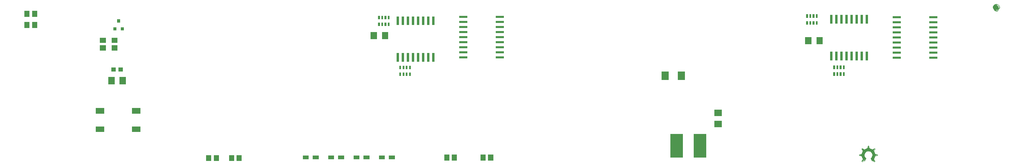
<source format=gbr>
G04 start of page 13 for group -4015 idx -4015 *
G04 Title: AYAB-RS_F, toppaste *
G04 Creator: pcb 4.0.2 *
G04 CreationDate: Tue Aug 17 15:24:43 2021 UTC *
G04 For: tom *
G04 Format: Gerber/RS-274X *
G04 PCB-Dimensions (mil): 11000.00 1900.00 *
G04 PCB-Coordinate-Origin: lower left *
%MOIN*%
%FSLAX25Y25*%
%LNTOPPASTE*%
%ADD200C,0.0010*%
%ADD199C,0.0410*%
%ADD198C,0.0400*%
%ADD197C,0.0020*%
%ADD196C,0.0280*%
%ADD195C,0.0080*%
%ADD194C,0.0040*%
%ADD193C,0.0001*%
G54D193*G36*
X667500Y107000D02*X660500D01*
Y98500D01*
X667500D01*
Y107000D01*
G37*
G36*
X683500D02*X676500D01*
Y98500D01*
X683500D01*
Y107000D01*
G37*
G36*
X123264Y150638D02*X120256D01*
Y147490D01*
X123264D01*
Y150638D01*
G37*
G36*
X130744D02*X127736D01*
Y147490D01*
X130744D01*
Y150638D01*
G37*
G36*
X127004Y158510D02*X123996D01*
Y155362D01*
X127004D01*
Y158510D01*
G37*
G36*
X102953Y52701D02*Y47189D01*
X111221D01*
Y52701D01*
X102953D01*
G37*
G36*
Y70811D02*Y65299D01*
X111221D01*
Y70811D01*
X102953D01*
G37*
G36*
X138779Y52701D02*Y47189D01*
X147047D01*
Y52701D01*
X138779D01*
G37*
G36*
Y70811D02*Y65299D01*
X147047D01*
Y70811D01*
X138779D01*
G37*
G36*
X107048Y132819D02*Y127701D01*
X112952D01*
Y132819D01*
X107048D01*
G37*
G36*
Y140299D02*Y135181D01*
X112952D01*
Y140299D01*
X107048D01*
G37*
G36*
X118548D02*Y135181D01*
X124452D01*
Y140299D01*
X118548D01*
G37*
G36*
Y132819D02*Y127701D01*
X124452D01*
Y132819D01*
X118548D01*
G37*
G36*
X712458Y58138D02*Y51840D01*
X719542D01*
Y58138D01*
X712458D01*
G37*
G36*
Y69160D02*Y62862D01*
X719542D01*
Y69160D01*
X712458D01*
G37*
G36*
X132660Y101542D02*X126362D01*
Y94458D01*
X132660D01*
Y101542D01*
G37*
G36*
X121638D02*X115340D01*
Y94458D01*
X121638D01*
Y101542D01*
G37*
G36*
X118488Y110968D02*Y107032D01*
X122820D01*
Y110968D01*
X118488D01*
G37*
G36*
X125180D02*Y107032D01*
X129512D01*
Y110968D01*
X125180D01*
G37*
G36*
X451319Y24952D02*X446201D01*
Y19048D01*
X451319D01*
Y24952D01*
G37*
G36*
X458799D02*X453681D01*
Y19048D01*
X458799D01*
Y24952D01*
G37*
G36*
X391810Y24050D02*Y20150D01*
X397710D01*
Y24050D01*
X391810D01*
G37*
G36*
X381910D02*Y20150D01*
X387810D01*
Y24050D01*
X381910D01*
G37*
G36*
X316810D02*Y20150D01*
X322710D01*
Y24050D01*
X316810D01*
G37*
G36*
X306910D02*Y20150D01*
X312810D01*
Y24050D01*
X306910D01*
G37*
G36*
X341810D02*Y20150D01*
X347710D01*
Y24050D01*
X341810D01*
G37*
G36*
X331910D02*Y20150D01*
X337810D01*
Y24050D01*
X331910D01*
G37*
G36*
X366810D02*Y20150D01*
X372710D01*
Y24050D01*
X366810D01*
G37*
G36*
X356910D02*Y20150D01*
X362810D01*
Y24050D01*
X356910D01*
G37*
G36*
X487059Y24952D02*X481941D01*
Y19048D01*
X487059D01*
Y24952D01*
G37*
G36*
X494539D02*X489421D01*
Y19048D01*
X494539D01*
Y24952D01*
G37*
G36*
X888000Y161500D02*Y159500D01*
X896000D01*
Y161500D01*
X888000D01*
G37*
G36*
Y156500D02*Y154500D01*
X896000D01*
Y156500D01*
X888000D01*
G37*
G36*
Y151500D02*Y149500D01*
X896000D01*
Y151500D01*
X888000D01*
G37*
G36*
Y146500D02*Y144500D01*
X896000D01*
Y146500D01*
X888000D01*
G37*
G36*
Y141500D02*Y139500D01*
X896000D01*
Y141500D01*
X888000D01*
G37*
G36*
Y136500D02*Y134500D01*
X896000D01*
Y136500D01*
X888000D01*
G37*
G36*
Y131500D02*Y129500D01*
X896000D01*
Y131500D01*
X888000D01*
G37*
G36*
Y126500D02*Y124500D01*
X896000D01*
Y126500D01*
X888000D01*
G37*
G36*
Y121500D02*Y119500D01*
X896000D01*
Y121500D01*
X888000D01*
G37*
G36*
X924000D02*Y119500D01*
X932000D01*
Y121500D01*
X924000D01*
G37*
G36*
Y126500D02*Y124500D01*
X932000D01*
Y126500D01*
X924000D01*
G37*
G36*
Y131500D02*Y129500D01*
X932000D01*
Y131500D01*
X924000D01*
G37*
G36*
Y136500D02*Y134500D01*
X932000D01*
Y136500D01*
X924000D01*
G37*
G36*
Y141500D02*Y139500D01*
X932000D01*
Y141500D01*
X924000D01*
G37*
G36*
Y146500D02*Y144500D01*
X932000D01*
Y146500D01*
X924000D01*
G37*
G36*
Y151500D02*Y149500D01*
X932000D01*
Y151500D01*
X924000D01*
G37*
G36*
Y156500D02*Y154500D01*
X932000D01*
Y156500D01*
X924000D01*
G37*
G36*
Y161500D02*Y159500D01*
X932000D01*
Y161500D01*
X924000D01*
G37*
G36*
X863700Y162900D02*X861300D01*
Y154300D01*
X863700D01*
Y162900D01*
G37*
G36*
X858700D02*X856300D01*
Y154300D01*
X858700D01*
Y162900D01*
G37*
G36*
X853700D02*X851300D01*
Y154300D01*
X853700D01*
Y162900D01*
G37*
G36*
X848700D02*X846300D01*
Y154300D01*
X848700D01*
Y162900D01*
G37*
G36*
X843700D02*X841300D01*
Y154300D01*
X843700D01*
Y162900D01*
G37*
G36*
X838700D02*X836300D01*
Y154300D01*
X838700D01*
Y162900D01*
G37*
G36*
X833700D02*X831300D01*
Y154300D01*
X833700D01*
Y162900D01*
G37*
G36*
X828700D02*X826300D01*
Y154300D01*
X828700D01*
Y162900D01*
G37*
G36*
Y126700D02*X826300D01*
Y118100D01*
X828700D01*
Y126700D01*
G37*
G36*
X833700D02*X831300D01*
Y118100D01*
X833700D01*
Y126700D01*
G37*
G36*
X838700D02*X836300D01*
Y118100D01*
X838700D01*
Y126700D01*
G37*
G36*
X843700D02*X841300D01*
Y118100D01*
X843700D01*
Y126700D01*
G37*
G36*
X848700D02*X846300D01*
Y118100D01*
X848700D01*
Y126700D01*
G37*
G36*
X853700D02*X851300D01*
Y118100D01*
X853700D01*
Y126700D01*
G37*
G36*
X858700D02*X856300D01*
Y118100D01*
X858700D01*
Y126700D01*
G37*
G36*
X863700D02*X861300D01*
Y118100D01*
X863700D01*
Y126700D01*
G37*
G36*
X239319Y24452D02*X234201D01*
Y18548D01*
X239319D01*
Y24452D01*
G37*
G36*
X246799D02*X241681D01*
Y18548D01*
X246799D01*
Y24452D01*
G37*
G36*
X216819D02*X211701D01*
Y18548D01*
X216819D01*
Y24452D01*
G37*
G36*
X224299D02*X219181D01*
Y18548D01*
X224299D01*
Y24452D01*
G37*
G36*
X461000Y162000D02*Y160000D01*
X469000D01*
Y162000D01*
X461000D01*
G37*
G36*
Y157000D02*Y155000D01*
X469000D01*
Y157000D01*
X461000D01*
G37*
G36*
Y152000D02*Y150000D01*
X469000D01*
Y152000D01*
X461000D01*
G37*
G36*
Y147000D02*Y145000D01*
X469000D01*
Y147000D01*
X461000D01*
G37*
G36*
Y142000D02*Y140000D01*
X469000D01*
Y142000D01*
X461000D01*
G37*
G36*
Y137000D02*Y135000D01*
X469000D01*
Y137000D01*
X461000D01*
G37*
G36*
Y132000D02*Y130000D01*
X469000D01*
Y132000D01*
X461000D01*
G37*
G36*
Y127000D02*Y125000D01*
X469000D01*
Y127000D01*
X461000D01*
G37*
G36*
Y122000D02*Y120000D01*
X469000D01*
Y122000D01*
X461000D01*
G37*
G36*
X497000D02*Y120000D01*
X505000D01*
Y122000D01*
X497000D01*
G37*
G36*
Y127000D02*Y125000D01*
X505000D01*
Y127000D01*
X497000D01*
G37*
G36*
Y132000D02*Y130000D01*
X505000D01*
Y132000D01*
X497000D01*
G37*
G36*
Y137000D02*Y135000D01*
X505000D01*
Y137000D01*
X497000D01*
G37*
G36*
Y142000D02*Y140000D01*
X505000D01*
Y142000D01*
X497000D01*
G37*
G36*
Y147000D02*Y145000D01*
X505000D01*
Y147000D01*
X497000D01*
G37*
G36*
Y152000D02*Y150000D01*
X505000D01*
Y152000D01*
X497000D01*
G37*
G36*
Y157000D02*Y155000D01*
X505000D01*
Y157000D01*
X497000D01*
G37*
G36*
Y162000D02*Y160000D01*
X505000D01*
Y162000D01*
X497000D01*
G37*
G36*
X37819Y166952D02*X32701D01*
Y161048D01*
X37819D01*
Y166952D01*
G37*
G36*
X45299D02*X40181D01*
Y161048D01*
X45299D01*
Y166952D01*
G37*
G36*
X37819Y155952D02*X32701D01*
Y150048D01*
X37819D01*
Y155952D01*
G37*
G36*
X45299D02*X40181D01*
Y150048D01*
X45299D01*
Y155952D01*
G37*
G36*
X413288Y106079D02*X411516D01*
Y102535D01*
X413288D01*
Y106079D01*
G37*
G36*
Y112772D02*X411516D01*
Y109228D01*
X413288D01*
Y112772D01*
G37*
G36*
X410138Y106079D02*X408366D01*
Y102535D01*
X410138D01*
Y106079D01*
G37*
G36*
Y112772D02*X408366D01*
Y109228D01*
X410138D01*
Y112772D01*
G37*
G36*
X406988Y106079D02*X405216D01*
Y102535D01*
X406988D01*
Y106079D01*
G37*
G36*
Y112772D02*X405216D01*
Y109228D01*
X406988D01*
Y112772D01*
G37*
G36*
X403839Y106079D02*X402067D01*
Y102535D01*
X403839D01*
Y106079D01*
G37*
G36*
Y112772D02*X402067D01*
Y109228D01*
X403839D01*
Y112772D01*
G37*
G36*
X808138Y141042D02*X801840D01*
Y133958D01*
X808138D01*
Y141042D01*
G37*
G36*
X819160D02*X812862D01*
Y133958D01*
X819160D01*
Y141042D01*
G37*
G36*
X392336Y155386D02*X390564D01*
Y151842D01*
X392336D01*
Y155386D01*
G37*
G36*
Y162079D02*X390564D01*
Y158535D01*
X392336D01*
Y162079D01*
G37*
G36*
X389186Y155386D02*X387414D01*
Y151842D01*
X389186D01*
Y155386D01*
G37*
G36*
Y162079D02*X387414D01*
Y158535D01*
X389186D01*
Y162079D01*
G37*
G36*
X386036Y155386D02*X384264D01*
Y151842D01*
X386036D01*
Y155386D01*
G37*
G36*
Y162079D02*X384264D01*
Y158535D01*
X386036D01*
Y162079D01*
G37*
G36*
X382887Y155386D02*X381115D01*
Y151842D01*
X382887D01*
Y155386D01*
G37*
G36*
Y162079D02*X381115D01*
Y158535D01*
X382887D01*
Y162079D01*
G37*
G36*
X391160Y146042D02*X384862D01*
Y138958D01*
X391160D01*
Y146042D01*
G37*
G36*
X380138D02*X373840D01*
Y138958D01*
X380138D01*
Y146042D01*
G37*
G36*
X436700Y161400D02*X434300D01*
Y152800D01*
X436700D01*
Y161400D01*
G37*
G36*
X431700D02*X429300D01*
Y152800D01*
X431700D01*
Y161400D01*
G37*
G36*
X426700D02*X424300D01*
Y152800D01*
X426700D01*
Y161400D01*
G37*
G36*
X421700D02*X419300D01*
Y152800D01*
X421700D01*
Y161400D01*
G37*
G36*
X416700D02*X414300D01*
Y152800D01*
X416700D01*
Y161400D01*
G37*
G36*
X411700D02*X409300D01*
Y152800D01*
X411700D01*
Y161400D01*
G37*
G36*
X406700D02*X404300D01*
Y152800D01*
X406700D01*
Y161400D01*
G37*
G36*
X401700D02*X399300D01*
Y152800D01*
X401700D01*
Y161400D01*
G37*
G36*
Y125200D02*X399300D01*
Y116600D01*
X401700D01*
Y125200D01*
G37*
G36*
X406700D02*X404300D01*
Y116600D01*
X406700D01*
Y125200D01*
G37*
G36*
X411700D02*X409300D01*
Y116600D01*
X411700D01*
Y125200D01*
G37*
G36*
X416700D02*X414300D01*
Y116600D01*
X416700D01*
Y125200D01*
G37*
G36*
X421700D02*X419300D01*
Y116600D01*
X421700D01*
Y125200D01*
G37*
G36*
X426700D02*X424300D01*
Y116600D01*
X426700D01*
Y125200D01*
G37*
G36*
X431700D02*X429300D01*
Y116600D01*
X431700D01*
Y125200D01*
G37*
G36*
X436700D02*X434300D01*
Y116600D01*
X436700D01*
Y125200D01*
G37*
G36*
X840686Y106272D02*X838914D01*
Y102728D01*
X840686D01*
Y106272D01*
G37*
G36*
Y112965D02*X838914D01*
Y109421D01*
X840686D01*
Y112965D01*
G37*
G36*
X837536Y106272D02*X835764D01*
Y102728D01*
X837536D01*
Y106272D01*
G37*
G36*
Y112965D02*X835764D01*
Y109421D01*
X837536D01*
Y112965D01*
G37*
G36*
X834386Y106272D02*X832614D01*
Y102728D01*
X834386D01*
Y106272D01*
G37*
G36*
Y112965D02*X832614D01*
Y109421D01*
X834386D01*
Y112965D01*
G37*
G36*
X831237Y106272D02*X829465D01*
Y102728D01*
X831237D01*
Y106272D01*
G37*
G36*
Y112965D02*X829465D01*
Y109421D01*
X831237D01*
Y112965D01*
G37*
G36*
X814036Y156772D02*X812264D01*
Y153228D01*
X814036D01*
Y156772D01*
G37*
G36*
Y163465D02*X812264D01*
Y159921D01*
X814036D01*
Y163465D01*
G37*
G36*
X810886Y156772D02*X809114D01*
Y153228D01*
X810886D01*
Y156772D01*
G37*
G36*
Y163465D02*X809114D01*
Y159921D01*
X810886D01*
Y163465D01*
G37*
G36*
X807736Y156772D02*X805964D01*
Y153228D01*
X807736D01*
Y156772D01*
G37*
G36*
Y163465D02*X805964D01*
Y159921D01*
X807736D01*
Y163465D01*
G37*
G36*
X804587Y156772D02*X802815D01*
Y153228D01*
X804587D01*
Y156772D01*
G37*
G36*
Y163465D02*X802815D01*
Y159921D01*
X804587D01*
Y163465D01*
G37*
G36*
X704350Y45450D02*X692050D01*
Y21950D01*
X704350D01*
Y45450D01*
G37*
G36*
X681350D02*X669050D01*
Y21950D01*
X681350D01*
Y45450D01*
G37*
G54D194*X857235Y18405D02*X858624Y20430D01*
X857235Y18405D02*X857905Y17735D01*
X859925Y19115D01*
X860465Y18785D01*
X861545Y21375D01*
X861135Y21705D02*X861545Y21375D01*
X860535Y22515D02*X861135Y21705D01*
X860145Y23455D02*X860535Y22515D01*
X860010Y24480D02*X860145Y23455D01*
X860010Y24480D02*X860085Y25265D01*
X860325Y26015D01*
X860705Y26735D01*
X861105Y27215D01*
X861725Y27755D01*
X862445Y28155D01*
X863225Y28395D01*
X864005Y28475D01*
X864785Y28395D01*
X865525Y28175D01*
X866235Y27795D01*
X866745Y27355D01*
X867305Y26725D01*
X867655Y26085D01*
X867905Y25305D01*
X867995Y24515D01*
X867855Y23465D02*X867995Y24515D01*
X867475Y22525D02*X867855Y23465D01*
X866865Y21705D02*X867475Y22525D01*
X866465Y21345D02*X866865Y21705D01*
X866465Y21345D02*X867531Y18789D01*
X868085Y19116D01*
X870085Y17735D01*
X870765Y18405D01*
X869395Y20426D02*X870765Y18405D01*
X869395Y20426D02*X870155Y21925D01*
X870645Y23565D01*
X873085Y24025D01*
X873094Y24975D01*
X870595Y25435D02*X873094Y24975D01*
X870085Y27015D02*X870595Y25435D01*
X869295Y28445D02*X870085Y27015D01*
X869295Y28445D02*X870765Y30585D01*
X870085Y31255D02*X870765Y30585D01*
X867925Y29778D02*X870085Y31255D01*
X866515Y30515D02*X867925Y29778D01*
X864965Y30985D02*X866515Y30515D01*
X864475Y33585D02*X864965Y30985D01*
X863525Y33585D02*X864475D01*
X863045Y30995D02*X863525Y33585D01*
X861505Y30515D02*X863045Y30995D01*
X860075Y29775D02*X861505Y30515D01*
X857915Y31256D02*X860075Y29775D01*
X857245Y30595D02*X857915Y31256D01*
X857245Y30595D02*X858685Y28405D01*
X857918Y27005D02*X858685Y28405D01*
X857918Y27005D02*X857925Y27025D01*
X857905Y26965D02*X857925Y27025D01*
X857415Y25435D02*X857905Y26965D01*
X854905Y24975D02*X857415Y25435D01*
X854905Y24975D02*Y24025D01*
X857365Y23575D01*
X857685Y22465D01*
X857855Y21895D01*
X858515Y20635D01*
X858624Y20430D01*
G54D195*X857825Y30745D02*X859885Y29395D01*
X855225Y24545D02*X857435Y23845D01*
X857825Y30745D02*X859325Y28415D01*
X857805Y18275D02*X859155Y20395D01*
X857805Y18275D02*X859665Y19615D01*
X860135Y19330D02*X861015Y21340D01*
X866915Y21300D02*X867725Y19450D01*
X867945Y19750D02*X870135Y18345D01*
X855225Y24565D02*X857525Y24965D01*
X863925Y33305D02*X864485Y30775D01*
X863335Y30835D02*X863925Y33305D01*
X868775Y28525D02*X870095Y30595D01*
X870415Y24070D02*X872675Y24490D01*
X870284Y25037D02*X872675Y24490D01*
X867795Y29325D02*X870095Y30595D01*
X868795Y20570D02*X870135Y18345D01*
G54D196*X858325Y24465D02*X859925Y20865D01*
X858325Y24465D02*X860125Y28365D01*
X863925Y30165D01*
X868125Y28365D01*
X869725Y24465D01*
X868125Y20665D02*X869725Y24465D01*
G54D197*X991400Y167050D02*X991584Y167277D01*
X991584Y167278D02*X991709Y167501D01*
X991709Y167500D02*X992053Y168121D01*
X992064Y168150D02*X992639Y168900D01*
X993043Y169425D01*
X993043Y169426D02*X993298Y170524D01*
X993134Y171595D02*X993298Y170524D01*
X992259Y172646D02*X993134Y171595D01*
X991200Y173441D02*X992278Y172634D01*
X989999Y173695D02*X991202Y173439D01*
X988807Y173439D02*X989999Y173695D01*
X987671Y172652D02*X988807Y173439D01*
X987073Y171712D02*X987680Y172666D01*
X986814Y170505D02*X987073Y171712D01*
X986814Y170506D02*X987070Y169315D01*
X987071Y169314D02*X987778Y168318D01*
X987782Y168320D02*X988083Y167839D01*
X988413Y167296D02*X988608Y167062D01*
X988100Y167810D02*X988413Y167296D01*
G54D198*X988800Y170500D02*X989250Y169600D01*
G54D199*X989100Y171100D03*
G54D197*X993100Y170020D02*X993102Y171152D01*
X993070Y169900D02*X993110Y170080D01*
X992870Y169670D02*X993030Y169830D01*
X992600Y169605D02*X992690Y169610D01*
X992170Y169830D02*X992330Y169670D01*
X992103Y170867D02*Y169910D01*
X991710Y171490D02*X992100Y170870D01*
X990700Y172400D02*X991710Y171490D01*
X990620Y172550D02*X990730Y172340D01*
X990595Y172749D02*X990662Y172982D01*
X990770Y173090D02*X990940Y173190D01*
X991850Y172700D02*X992470Y172150D01*
X992460Y172170D02*X993110Y171140D01*
X990290Y167290D02*X990430Y167990D01*
X990400Y167980D02*X990570Y168190D01*
X990640Y168250D02*X990870Y168320D01*
X991170Y168240D02*X991310Y168110D01*
X990290Y167400D02*X990320Y167110D01*
X990310Y167140D02*X990470Y166910D01*
X990443Y166901D02*X990680Y166820D01*
X990489Y166708D02*X990703Y166816D01*
X989551Y166707D02*X990481Y166706D01*
X989252Y166766D02*X989551Y166707D01*
X989036Y166905D02*X989260Y166780D01*
X988930Y166910D02*X989030Y166890D01*
X988410Y167300D02*X988750Y166890D01*
X991180Y173210D02*X991360Y173144D01*
X991855Y172695D01*
X992720Y169600D02*X992880Y169690D01*
X993020Y169830D02*X993070Y169920D01*
X992610Y169590D02*X992789Y169639D01*
X992260Y169710D02*X992476Y169617D01*
X992440Y169620D02*X992650Y169600D01*
X992140Y169890D02*X992230Y169770D01*
X992080Y170100D02*X992170Y169830D01*
X992230Y169760D02*X992410Y169630D01*
X990940Y173190D02*X991200Y173220D01*
X990643Y172930D02*X990770Y173090D01*
X990603Y172748D02*Y172628D01*
X990600Y172670D02*X990627Y172537D01*
X991090Y173207D02*X991330Y173190D01*
X990590Y172730D02*X990610Y172830D01*
X988740Y166880D02*X988930Y166950D01*
X988980Y166909D02*X989112Y166862D01*
X988776Y166893D02*X988950Y166920D01*
X988850Y166905D02*X988990Y166910D01*
X989120Y166870D02*X989254Y166765D01*
X990340Y167020D02*X990600Y166840D01*
X990300Y167240D02*X990350Y167080D01*
X990332Y167138D02*X990380Y167020D01*
X990510Y168140D02*X990680Y168260D01*
X990960Y168320D02*X991170Y168240D01*
X991280Y168150D02*X991420Y167910D01*
X990390Y167860D02*X990480Y168110D01*
X990446Y168015D02*X990494Y168096D01*
X990820Y168310D02*X991020Y168300D01*
X990769Y168289D02*X990890Y168310D01*
X990620Y168230D02*X990730Y168278D01*
X990930Y168310D02*X991090Y168280D01*
X991105Y168265D02*X991250Y168190D01*
X991340Y168080D02*X991430Y167810D01*
X991390Y168000D02*X991410Y167740D01*
X991270Y167130D02*X991302Y167218D01*
X991180Y166900D02*X991450Y167220D01*
G54D200*X991020Y166911D02*X991133Y166978D01*
X990871Y166853D02*X991011Y166901D01*
X990689Y166866D02*X990806Y166853D01*
X990744Y166783D02*X990870Y166840D01*
X990778Y166851D02*X990925Y166866D01*
X990960Y166860D02*X991130Y166850D01*
X991140Y166840D02*X991240Y166790D01*
X991250D02*X991330Y166880D01*
X991440Y167010D01*
X991630Y167260D01*
G54D197*X991250Y167060D02*X991270Y167130D01*
X991292Y167193D02*X991410Y167800D01*
G54D200*X990800Y166820D02*X990960Y166860D01*
X990860Y166858D02*X990940Y166873D01*
X991101Y166949D01*
X991059Y166935D02*X991127Y166987D01*
X991150Y167009D02*X991229Y167140D01*
X990912Y166848D02*X991020Y166860D01*
X991060Y166854D02*X991210Y166820D01*
X991600Y173100D02*X992271Y172500D01*
X993100Y171400D01*
G54D195*X990300Y172200D02*X991400Y171200D01*
X991700Y170900D02*Y169500D01*
X991800Y169600D02*X992300Y169200D01*
X991600Y168300D02*X992400Y169300D01*
X990900Y168900D02*X991600Y168300D01*
X990100Y168500D02*X991000Y168900D01*
X989800Y167200D02*X990100Y168500D01*
X989000Y167200D02*X989800D01*
X988200Y168500D02*X989000Y167200D01*
X989400Y173200D02*X990400D01*
X988400Y172600D02*X989400Y173300D01*
X988400Y172500D02*X989400Y172200D01*
G54D194*Y167600D02*X990400Y166800D01*
G54D195*X991200Y170900D02*Y169500D01*
X991500Y169100D03*
G54D194*Y167400D02*X991700Y168000D01*
X990000Y166800D02*X990400D01*
X992800Y169300D02*X992900Y169500D01*
X990300Y172800D02*X990500Y172600D01*
X990700Y173400D02*X991200Y173300D01*
M02*

</source>
